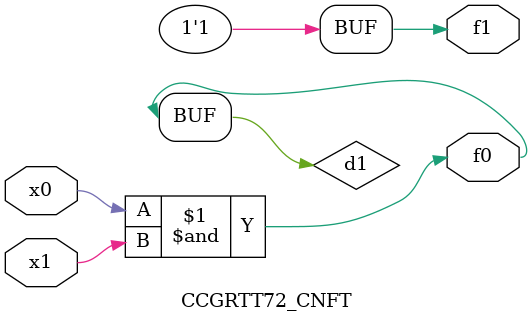
<source format=v>
module CCGRTT72_CNFT(
	input x0, x1,
	output f0, f1
);

	wire d1;

	assign f0 = d1;
	and (d1, x0, x1);
	assign f1 = 1'b1;
endmodule

</source>
